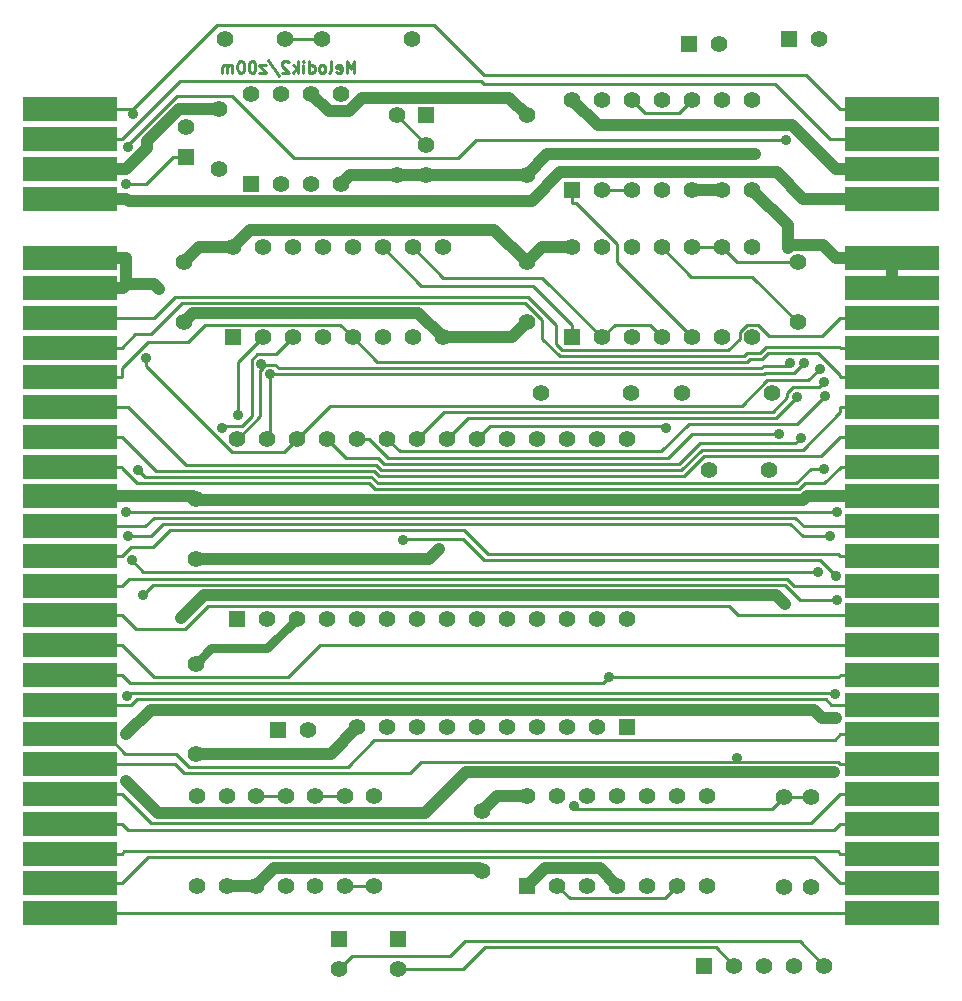
<source format=gbl>
G04 #@! TF.FileFunction,Copper,L2,Bot,Signal*
%FSLAX46Y46*%
G04 Gerber Fmt 4.6, Leading zero omitted, Abs format (unit mm)*
G04 Created by KiCad (PCBNEW 4.0.0-stable) date Tue 15 Mar 2016 09:50:33 PM CET*
%MOMM*%
G01*
G04 APERTURE LIST*
%ADD10C,0.150000*%
%ADD11C,0.250000*%
%ADD12R,1.397000X1.397000*%
%ADD13C,1.397000*%
%ADD14C,1.422400*%
%ADD15R,8.000000X2.000000*%
%ADD16C,1.016000*%
%ADD17C,0.889000*%
%ADD18C,1.016000*%
%ADD19C,0.254000*%
%ADD20C,0.762000*%
G04 APERTURE END LIST*
D10*
D11*
X134932038Y-51404781D02*
X134932038Y-50404781D01*
X134598704Y-51119067D01*
X134265371Y-50404781D01*
X134265371Y-51404781D01*
X133408228Y-51357162D02*
X133503466Y-51404781D01*
X133693943Y-51404781D01*
X133789181Y-51357162D01*
X133836800Y-51261924D01*
X133836800Y-50880971D01*
X133789181Y-50785733D01*
X133693943Y-50738114D01*
X133503466Y-50738114D01*
X133408228Y-50785733D01*
X133360609Y-50880971D01*
X133360609Y-50976210D01*
X133836800Y-51071448D01*
X132789181Y-51404781D02*
X132884419Y-51357162D01*
X132932038Y-51261924D01*
X132932038Y-50404781D01*
X132265371Y-51404781D02*
X132360609Y-51357162D01*
X132408228Y-51309543D01*
X132455847Y-51214305D01*
X132455847Y-50928590D01*
X132408228Y-50833352D01*
X132360609Y-50785733D01*
X132265371Y-50738114D01*
X132122513Y-50738114D01*
X132027275Y-50785733D01*
X131979656Y-50833352D01*
X131932037Y-50928590D01*
X131932037Y-51214305D01*
X131979656Y-51309543D01*
X132027275Y-51357162D01*
X132122513Y-51404781D01*
X132265371Y-51404781D01*
X131074894Y-51404781D02*
X131074894Y-50404781D01*
X131074894Y-51357162D02*
X131170132Y-51404781D01*
X131360609Y-51404781D01*
X131455847Y-51357162D01*
X131503466Y-51309543D01*
X131551085Y-51214305D01*
X131551085Y-50928590D01*
X131503466Y-50833352D01*
X131455847Y-50785733D01*
X131360609Y-50738114D01*
X131170132Y-50738114D01*
X131074894Y-50785733D01*
X130598704Y-51404781D02*
X130598704Y-50738114D01*
X130598704Y-50404781D02*
X130646323Y-50452400D01*
X130598704Y-50500019D01*
X130551085Y-50452400D01*
X130598704Y-50404781D01*
X130598704Y-50500019D01*
X130122514Y-51404781D02*
X130122514Y-50404781D01*
X130027276Y-51023829D02*
X129741561Y-51404781D01*
X129741561Y-50738114D02*
X130122514Y-51119067D01*
X129360609Y-50500019D02*
X129312990Y-50452400D01*
X129217752Y-50404781D01*
X128979656Y-50404781D01*
X128884418Y-50452400D01*
X128836799Y-50500019D01*
X128789180Y-50595257D01*
X128789180Y-50690495D01*
X128836799Y-50833352D01*
X129408228Y-51404781D01*
X128789180Y-51404781D01*
X127646323Y-50357162D02*
X128503466Y-51642876D01*
X127408228Y-50738114D02*
X126884418Y-50738114D01*
X127408228Y-51404781D01*
X126884418Y-51404781D01*
X126312990Y-50404781D02*
X126217751Y-50404781D01*
X126122513Y-50452400D01*
X126074894Y-50500019D01*
X126027275Y-50595257D01*
X125979656Y-50785733D01*
X125979656Y-51023829D01*
X126027275Y-51214305D01*
X126074894Y-51309543D01*
X126122513Y-51357162D01*
X126217751Y-51404781D01*
X126312990Y-51404781D01*
X126408228Y-51357162D01*
X126455847Y-51309543D01*
X126503466Y-51214305D01*
X126551085Y-51023829D01*
X126551085Y-50785733D01*
X126503466Y-50595257D01*
X126455847Y-50500019D01*
X126408228Y-50452400D01*
X126312990Y-50404781D01*
X125360609Y-50404781D02*
X125265370Y-50404781D01*
X125170132Y-50452400D01*
X125122513Y-50500019D01*
X125074894Y-50595257D01*
X125027275Y-50785733D01*
X125027275Y-51023829D01*
X125074894Y-51214305D01*
X125122513Y-51309543D01*
X125170132Y-51357162D01*
X125265370Y-51404781D01*
X125360609Y-51404781D01*
X125455847Y-51357162D01*
X125503466Y-51309543D01*
X125551085Y-51214305D01*
X125598704Y-51023829D01*
X125598704Y-50785733D01*
X125551085Y-50595257D01*
X125503466Y-50500019D01*
X125455847Y-50452400D01*
X125360609Y-50404781D01*
X124598704Y-51404781D02*
X124598704Y-50738114D01*
X124598704Y-50833352D02*
X124551085Y-50785733D01*
X124455847Y-50738114D01*
X124312989Y-50738114D01*
X124217751Y-50785733D01*
X124170132Y-50880971D01*
X124170132Y-51404781D01*
X124170132Y-50880971D02*
X124122513Y-50785733D01*
X124027275Y-50738114D01*
X123884418Y-50738114D01*
X123789180Y-50785733D01*
X123741561Y-50880971D01*
X123741561Y-51404781D01*
D12*
X164550000Y-127000000D03*
D13*
X167090000Y-127000000D03*
X169630000Y-127000000D03*
X172170000Y-127000000D03*
X174710000Y-127000000D03*
D12*
X141000000Y-54960000D03*
D13*
X141000000Y-57500000D03*
X141000000Y-60040000D03*
D12*
X171730000Y-48500000D03*
D13*
X174270000Y-48500000D03*
D12*
X158030000Y-106800000D03*
D13*
X155490000Y-106800000D03*
X152950000Y-106800000D03*
X150410000Y-106800000D03*
X147870000Y-106800000D03*
X145330000Y-106800000D03*
X142790000Y-106800000D03*
X140250000Y-106800000D03*
X137710000Y-106800000D03*
X135170000Y-106800000D03*
X139810000Y-48500000D03*
X132190000Y-48500000D03*
X158310000Y-78500000D03*
X150690000Y-78500000D03*
X162690000Y-78500000D03*
X170310000Y-78500000D03*
X171300000Y-120310000D03*
X171300000Y-112690000D03*
X173600000Y-120310000D03*
X173600000Y-112690000D03*
X121600000Y-112590000D03*
X121600000Y-120210000D03*
X124100000Y-112590000D03*
X124100000Y-120210000D03*
X126600000Y-112590000D03*
X126600000Y-120210000D03*
X131600000Y-120210000D03*
X131600000Y-112590000D03*
X134100000Y-120210000D03*
X134100000Y-112590000D03*
X136600000Y-120210000D03*
X136600000Y-112590000D03*
X129100000Y-112590000D03*
X129100000Y-120210000D03*
D14*
X164960000Y-85000000D03*
X170040000Y-85000000D03*
D12*
X126190000Y-60810000D03*
D13*
X128730000Y-60810000D03*
X131270000Y-60810000D03*
X133810000Y-60810000D03*
X133810000Y-53190000D03*
X131270000Y-53190000D03*
X128730000Y-53190000D03*
X126190000Y-53190000D03*
D12*
X124990000Y-97620000D03*
D13*
X127530000Y-97620000D03*
X130070000Y-97620000D03*
X132610000Y-97620000D03*
X135150000Y-97620000D03*
X137690000Y-97620000D03*
X140230000Y-97620000D03*
X142770000Y-97620000D03*
X145310000Y-97620000D03*
X147850000Y-97620000D03*
X150390000Y-97620000D03*
X152930000Y-97620000D03*
X155470000Y-97620000D03*
X158010000Y-97620000D03*
X158010000Y-82380000D03*
X155470000Y-82380000D03*
X152930000Y-82380000D03*
X150390000Y-82380000D03*
X147850000Y-82380000D03*
X145310000Y-82380000D03*
X142770000Y-82380000D03*
X140230000Y-82380000D03*
X137690000Y-82380000D03*
X135150000Y-82380000D03*
X132610000Y-82380000D03*
X130070000Y-82380000D03*
X127530000Y-82380000D03*
X124990000Y-82380000D03*
D12*
X124610000Y-73810000D03*
D13*
X127150000Y-73810000D03*
X129690000Y-73810000D03*
X132230000Y-73810000D03*
X134770000Y-73810000D03*
X137310000Y-73810000D03*
X139850000Y-73810000D03*
X142390000Y-73810000D03*
X142390000Y-66190000D03*
X139850000Y-66190000D03*
X137310000Y-66190000D03*
X134770000Y-66190000D03*
X132230000Y-66190000D03*
X129690000Y-66190000D03*
X127150000Y-66190000D03*
X124610000Y-66190000D03*
D12*
X149580000Y-120210000D03*
D13*
X152120000Y-120210000D03*
X154660000Y-120210000D03*
X157200000Y-120210000D03*
X159740000Y-120210000D03*
X162280000Y-120210000D03*
X164820000Y-120210000D03*
X164820000Y-112590000D03*
X162280000Y-112590000D03*
X159740000Y-112590000D03*
X157200000Y-112590000D03*
X154660000Y-112590000D03*
X152120000Y-112590000D03*
X149580000Y-112590000D03*
D12*
X153380000Y-73810000D03*
D13*
X155920000Y-73810000D03*
X158460000Y-73810000D03*
X161000000Y-73810000D03*
X163540000Y-73810000D03*
X166080000Y-73810000D03*
X168620000Y-73810000D03*
X168620000Y-66190000D03*
X166080000Y-66190000D03*
X163540000Y-66190000D03*
X161000000Y-66190000D03*
X158460000Y-66190000D03*
X155920000Y-66190000D03*
X153380000Y-66190000D03*
D12*
X153380000Y-61310000D03*
D13*
X155920000Y-61310000D03*
X158460000Y-61310000D03*
X161000000Y-61310000D03*
X163540000Y-61310000D03*
X166080000Y-61310000D03*
X168620000Y-61310000D03*
X168620000Y-53690000D03*
X166080000Y-53690000D03*
X163540000Y-53690000D03*
X161000000Y-53690000D03*
X158460000Y-53690000D03*
X155920000Y-53690000D03*
X153380000Y-53690000D03*
X145700000Y-118940000D03*
X145700000Y-113860000D03*
X121500000Y-87460000D03*
X121500000Y-92540000D03*
X120500000Y-72540000D03*
X120500000Y-67460000D03*
X149500000Y-72540000D03*
X149500000Y-67460000D03*
X123500000Y-59540000D03*
X123500000Y-54460000D03*
X149500000Y-60040000D03*
X149500000Y-54960000D03*
X129040000Y-48500000D03*
X123960000Y-48500000D03*
X138500000Y-54960000D03*
X138500000Y-60040000D03*
X172500000Y-72540000D03*
X172500000Y-67460000D03*
D12*
X163230000Y-49000000D03*
D13*
X165770000Y-49000000D03*
D12*
X138600000Y-124730000D03*
D13*
X138600000Y-127270000D03*
D12*
X133600000Y-124730000D03*
D13*
X133600000Y-127270000D03*
D12*
X128480000Y-107000000D03*
D13*
X131020000Y-107000000D03*
D15*
X110860000Y-54500000D03*
X110860000Y-57020000D03*
X110860000Y-59540000D03*
X110860000Y-62060000D03*
X110860000Y-67100000D03*
X110860000Y-69620000D03*
X110860000Y-72140000D03*
X110860000Y-74660000D03*
X110860000Y-77180000D03*
X110860000Y-79700000D03*
X110860000Y-82220000D03*
X110880000Y-84740000D03*
X110860000Y-87260000D03*
X110860000Y-89780000D03*
X110860000Y-92300000D03*
X110860000Y-94820000D03*
X110860000Y-97340000D03*
X110860000Y-99860000D03*
X110860000Y-102380000D03*
X110860000Y-104900000D03*
X110860000Y-107420000D03*
X110860000Y-109940000D03*
X110860000Y-112460000D03*
X110860000Y-114980000D03*
X110860000Y-117500000D03*
X110860000Y-120020000D03*
X110860000Y-122540000D03*
X180450000Y-54500000D03*
X180450000Y-57020000D03*
X180450000Y-59540000D03*
X180450000Y-62060000D03*
X180450000Y-67100000D03*
X180450000Y-69620000D03*
X180450000Y-72140000D03*
X180450000Y-74660000D03*
X180450000Y-77180000D03*
X180450000Y-79700000D03*
X180450000Y-82220000D03*
X180470000Y-84740000D03*
X180450000Y-87260000D03*
X180450000Y-89780000D03*
X180450000Y-92300000D03*
X180450000Y-94820000D03*
X180450000Y-97340000D03*
X180450000Y-99860000D03*
X180450000Y-102380000D03*
X180450000Y-104900000D03*
X180450000Y-107420000D03*
X180450000Y-109940000D03*
X180450000Y-112460000D03*
X180450000Y-114980000D03*
X180450000Y-117500000D03*
X180450000Y-120020000D03*
X180450000Y-122540000D03*
D12*
X120650000Y-58520000D03*
D13*
X120650000Y-55980000D03*
X121500000Y-109060000D03*
X121500000Y-101440000D03*
D16*
X175687700Y-106003000D03*
X115622300Y-107420000D03*
X171366800Y-96397600D03*
X120276700Y-97573300D03*
D17*
X175225600Y-90631700D03*
X115730500Y-90631700D03*
X174700800Y-84943100D03*
X116612000Y-85003900D03*
X175737700Y-93990300D03*
X139015900Y-90927800D03*
X174154600Y-93628800D03*
X116059800Y-92679900D03*
X175747700Y-88548500D03*
X115564400Y-88548500D03*
X123725800Y-81481700D03*
X175748800Y-96018800D03*
X117059000Y-95600300D03*
X156494300Y-102536300D03*
X175594600Y-104012700D03*
X115642100Y-104128600D03*
X125103500Y-80400500D03*
D16*
X175507800Y-110636800D03*
X115622300Y-111357200D03*
D17*
X171478700Y-57063800D03*
X115771800Y-57658300D03*
X116214200Y-54864300D03*
X167360200Y-109415600D03*
X127053700Y-76019200D03*
X171790600Y-76000500D03*
X172974700Y-75984300D03*
X127798600Y-76937900D03*
X174327200Y-76440200D03*
X117287000Y-75508600D03*
X172715700Y-82305200D03*
X170892000Y-81947600D03*
X174748600Y-78739600D03*
X174716700Y-77594900D03*
X172360600Y-78869100D03*
X115567600Y-60832900D03*
D16*
X171628300Y-66255000D03*
X118380100Y-69700700D03*
X168560800Y-87555000D03*
X168805000Y-58288000D03*
X142062000Y-91741200D03*
D17*
X153519100Y-113502700D03*
X161283000Y-81439300D03*
D18*
X117704600Y-105337700D02*
X115622300Y-107420000D01*
X173848600Y-105337700D02*
X117704600Y-105337700D01*
X174513900Y-106003000D02*
X173848600Y-105337700D01*
X175687700Y-106003000D02*
X174513900Y-106003000D01*
X110860000Y-62060000D02*
X115622300Y-62060000D01*
X172917900Y-62060000D02*
X180450000Y-62060000D01*
X170692100Y-59834200D02*
X172917900Y-62060000D01*
X152361200Y-59834200D02*
X170692100Y-59834200D01*
X149924500Y-62270900D02*
X152361200Y-59834200D01*
X115833200Y-62270900D02*
X149924500Y-62270900D01*
X115622300Y-62060000D02*
X115833200Y-62270900D01*
X170611500Y-95642300D02*
X171366800Y-96397600D01*
X122207700Y-95642300D02*
X170611500Y-95642300D01*
X120276700Y-97573300D02*
X122207700Y-95642300D01*
D19*
X115454800Y-117286500D02*
X115241300Y-117500000D01*
X175855200Y-117286500D02*
X115454800Y-117286500D01*
X176068700Y-117500000D02*
X175855200Y-117286500D01*
X180450000Y-117500000D02*
X176068700Y-117500000D01*
X110860000Y-117500000D02*
X115241300Y-117500000D01*
X110860000Y-99860000D02*
X115241300Y-99860000D01*
X180450000Y-99860000D02*
X176068700Y-99860000D01*
X117922000Y-102540700D02*
X115241300Y-99860000D01*
X129311800Y-102540700D02*
X117922000Y-102540700D01*
X131992500Y-99860000D02*
X129311800Y-102540700D01*
X176068700Y-99860000D02*
X131992500Y-99860000D01*
X180450000Y-72140000D02*
X176068700Y-72140000D01*
X117943000Y-72140000D02*
X110860000Y-72140000D01*
X119710300Y-70372700D02*
X117943000Y-72140000D01*
X149582000Y-70372700D02*
X119710300Y-70372700D01*
X151981500Y-72772200D02*
X149582000Y-70372700D01*
X151981500Y-74367400D02*
X151981500Y-72772200D01*
X152503900Y-74889800D02*
X151981500Y-74367400D01*
X166572400Y-74889800D02*
X152503900Y-74889800D01*
X167540200Y-73922000D02*
X166572400Y-74889800D01*
X167540200Y-73362800D02*
X167540200Y-73922000D01*
X168172800Y-72730200D02*
X167540200Y-73362800D01*
X169067300Y-72730200D02*
X168172800Y-72730200D01*
X169997200Y-73660100D02*
X169067300Y-72730200D01*
X174548600Y-73660100D02*
X169997200Y-73660100D01*
X176068700Y-72140000D02*
X174548600Y-73660100D01*
X117664900Y-90631700D02*
X115730500Y-90631700D01*
X118730600Y-89566000D02*
X117664900Y-90631700D01*
X171803700Y-89566000D02*
X118730600Y-89566000D01*
X172869400Y-90631700D02*
X171803700Y-89566000D01*
X175225600Y-90631700D02*
X172869400Y-90631700D01*
X117212600Y-85604500D02*
X116612000Y-85003900D01*
X136350600Y-85604500D02*
X117212600Y-85604500D01*
X136893800Y-86147700D02*
X136350600Y-85604500D01*
X172349900Y-86147700D02*
X136893800Y-86147700D01*
X173554500Y-84943100D02*
X172349900Y-86147700D01*
X174700800Y-84943100D02*
X173554500Y-84943100D01*
X139094100Y-90849600D02*
X139015900Y-90927800D01*
X144154600Y-90849600D02*
X139094100Y-90849600D01*
X145930100Y-92625100D02*
X144154600Y-90849600D01*
X174372500Y-92625100D02*
X145930100Y-92625100D01*
X175737700Y-93990300D02*
X174372500Y-92625100D01*
X180470000Y-84740000D02*
X176088700Y-84740000D01*
X110880000Y-84740000D02*
X115261300Y-84740000D01*
X115261300Y-84821000D02*
X115261300Y-84740000D01*
X116553200Y-86112900D02*
X115261300Y-84821000D01*
X136140200Y-86112900D02*
X116553200Y-86112900D01*
X136683600Y-86656300D02*
X136140200Y-86112900D01*
X172560100Y-86656300D02*
X136683600Y-86656300D01*
X173056000Y-86160400D02*
X172560100Y-86656300D01*
X174668300Y-86160400D02*
X173056000Y-86160400D01*
X176088700Y-84740000D02*
X174668300Y-86160400D01*
X117008700Y-93628800D02*
X174154600Y-93628800D01*
X116059800Y-92679900D02*
X117008700Y-93628800D01*
X115564400Y-88548500D02*
X175747700Y-88548500D01*
X123935600Y-81271900D02*
X123725800Y-81481700D01*
X125445700Y-81271900D02*
X123935600Y-81271900D01*
X126227900Y-80489700D02*
X125445700Y-81271900D01*
X126227900Y-75677200D02*
X126227900Y-80489700D01*
X126711700Y-75193400D02*
X126227900Y-75677200D01*
X128306600Y-75193400D02*
X126711700Y-75193400D01*
X129690000Y-73810000D02*
X128306600Y-75193400D01*
X172618100Y-96018800D02*
X175748800Y-96018800D01*
X171352200Y-94752900D02*
X172618100Y-96018800D01*
X117906400Y-94752900D02*
X171352200Y-94752900D01*
X117059000Y-95600300D02*
X117906400Y-94752900D01*
X180450000Y-102380000D02*
X176068700Y-102380000D01*
X110860000Y-102380000D02*
X115241300Y-102380000D01*
X175912400Y-102536300D02*
X176068700Y-102380000D01*
X156494300Y-102536300D02*
X175912400Y-102536300D01*
X115910300Y-103049000D02*
X115241300Y-102380000D01*
X155981600Y-103049000D02*
X115910300Y-103049000D01*
X156494300Y-102536300D02*
X155981600Y-103049000D01*
X115739400Y-115478100D02*
X115241300Y-114980000D01*
X175570600Y-115478100D02*
X115739400Y-115478100D01*
X176068700Y-114980000D02*
X175570600Y-115478100D01*
X180450000Y-114980000D02*
X176068700Y-114980000D01*
X110860000Y-114980000D02*
X115241300Y-114980000D01*
X115869600Y-103901100D02*
X115642100Y-104128600D01*
X175483000Y-103901100D02*
X115869600Y-103901100D01*
X175594600Y-104012700D02*
X175483000Y-103901100D01*
X125103500Y-75856500D02*
X125103500Y-80400500D01*
X127150000Y-73810000D02*
X125103500Y-75856500D01*
X180450000Y-92300000D02*
X176068700Y-92300000D01*
X110860000Y-92300000D02*
X115241300Y-92300000D01*
X116005500Y-91535800D02*
X115241300Y-92300000D01*
X117846300Y-91535800D02*
X116005500Y-91535800D01*
X119307800Y-90074300D02*
X117846300Y-91535800D01*
X144185100Y-90074300D02*
X119307800Y-90074300D01*
X146227600Y-92116800D02*
X144185100Y-90074300D01*
X175885500Y-92116800D02*
X146227600Y-92116800D01*
X176068700Y-92300000D02*
X175885500Y-92116800D01*
D18*
X144335200Y-110636800D02*
X175507800Y-110636800D01*
X140921100Y-114050900D02*
X144335200Y-110636800D01*
X118316000Y-114050900D02*
X140921100Y-114050900D01*
X115622300Y-111357200D02*
X118316000Y-114050900D01*
D19*
X110860000Y-74660000D02*
X115241300Y-74660000D01*
X180450000Y-74660000D02*
X176068700Y-74660000D01*
X116379900Y-73521400D02*
X115241300Y-74660000D01*
X117669900Y-73521400D02*
X116379900Y-73521400D01*
X120310200Y-70881100D02*
X117669900Y-73521400D01*
X149371300Y-70881100D02*
X120310200Y-70881100D01*
X150794800Y-72304600D02*
X149371300Y-70881100D01*
X150794800Y-73899700D02*
X150794800Y-72304600D01*
X152293200Y-75398100D02*
X150794800Y-73899700D01*
X167944800Y-75398100D02*
X152293200Y-75398100D01*
X168191800Y-75151100D02*
X167944800Y-75398100D01*
X169256700Y-75151100D02*
X168191800Y-75151100D01*
X169799900Y-74607900D02*
X169256700Y-75151100D01*
X176016600Y-74607900D02*
X169799900Y-74607900D01*
X176068700Y-74660000D02*
X176016600Y-74607900D01*
X110860000Y-77180000D02*
X115241300Y-77180000D01*
X180450000Y-77180000D02*
X176068700Y-77180000D01*
X136873600Y-75913600D02*
X134770000Y-73810000D01*
X168148100Y-75913600D02*
X136873600Y-75913600D01*
X168402300Y-75659400D02*
X168148100Y-75913600D01*
X169467200Y-75659400D02*
X168402300Y-75659400D01*
X169977700Y-75148900D02*
X169467200Y-75659400D01*
X174203800Y-75148900D02*
X169977700Y-75148900D01*
X176068700Y-77013800D02*
X174203800Y-75148900D01*
X176068700Y-77180000D02*
X176068700Y-77013800D01*
X115241300Y-76366700D02*
X115241300Y-77180000D01*
X117453300Y-74154700D02*
X115241300Y-76366700D01*
X120835600Y-74154700D02*
X117453300Y-74154700D01*
X122260200Y-72730100D02*
X120835600Y-74154700D01*
X133690100Y-72730100D02*
X122260200Y-72730100D01*
X134770000Y-73810000D02*
X133690100Y-72730100D01*
X180450000Y-122540000D02*
X110860000Y-122540000D01*
X110860000Y-57020000D02*
X115241300Y-57020000D01*
X120194300Y-52067000D02*
X115241300Y-57020000D01*
X145607200Y-52067000D02*
X120194300Y-52067000D01*
X145900300Y-52360100D02*
X145607200Y-52067000D01*
X170500700Y-52360100D02*
X145900300Y-52360100D01*
X175160600Y-57020000D02*
X170500700Y-52360100D01*
X180450000Y-57020000D02*
X175160600Y-57020000D01*
X145228800Y-57063800D02*
X171478700Y-57063800D01*
X143679800Y-58612800D02*
X145228800Y-57063800D01*
X129848900Y-58612800D02*
X143679800Y-58612800D01*
X124597000Y-53360900D02*
X129848900Y-58612800D01*
X119926000Y-53360900D02*
X124597000Y-53360900D01*
X115771800Y-57515100D02*
X119926000Y-53360900D01*
X115771800Y-57658300D02*
X115771800Y-57515100D01*
X180450000Y-54500000D02*
X176068700Y-54500000D01*
X110860000Y-54500000D02*
X115241300Y-54500000D01*
X116214200Y-54500000D02*
X116214200Y-54864300D01*
X123325400Y-47388800D02*
X116214200Y-54500000D01*
X141691400Y-47388800D02*
X123325400Y-47388800D01*
X145921300Y-51618700D02*
X141691400Y-47388800D01*
X173187400Y-51618700D02*
X145921300Y-51618700D01*
X176068700Y-54500000D02*
X173187400Y-51618700D01*
X116214200Y-54500000D02*
X115241300Y-54500000D01*
X180450000Y-79700000D02*
X176068700Y-79700000D01*
X176068700Y-80120200D02*
X176068700Y-79700000D01*
X172867100Y-83321800D02*
X176068700Y-80120200D01*
X164321700Y-83321800D02*
X172867100Y-83321800D01*
X162608500Y-85035000D02*
X164321700Y-83321800D01*
X137218700Y-85035000D02*
X162608500Y-85035000D01*
X136763400Y-84579700D02*
X137218700Y-85035000D01*
X120672700Y-84579700D02*
X136763400Y-84579700D01*
X115793000Y-79700000D02*
X120672700Y-84579700D01*
X110860000Y-79700000D02*
X115793000Y-79700000D01*
X180450000Y-82220000D02*
X176068700Y-82220000D01*
X110860000Y-82220000D02*
X115241300Y-82220000D01*
X174458600Y-83830100D02*
X176068700Y-82220000D01*
X164532200Y-83830100D02*
X174458600Y-83830100D01*
X162819000Y-85543300D02*
X164532200Y-83830100D01*
X137008200Y-85543300D02*
X162819000Y-85543300D01*
X136555400Y-85090500D02*
X137008200Y-85543300D01*
X118111800Y-85090500D02*
X136555400Y-85090500D01*
X115241300Y-82220000D02*
X118111800Y-85090500D01*
X117734700Y-114953400D02*
X115241300Y-112460000D01*
X173575300Y-114953400D02*
X117734700Y-114953400D01*
X176068700Y-112460000D02*
X173575300Y-114953400D01*
X180450000Y-112460000D02*
X176068700Y-112460000D01*
X110860000Y-112460000D02*
X115241300Y-112460000D01*
X180450000Y-109940000D02*
X176068700Y-109940000D01*
X110860000Y-109940000D02*
X115241300Y-109940000D01*
X167360200Y-109710600D02*
X167360200Y-109415600D01*
X140543400Y-109710600D02*
X167360200Y-109710600D01*
X139600400Y-110653600D02*
X140543400Y-109710600D01*
X120463700Y-110653600D02*
X139600400Y-110653600D01*
X119750100Y-109940000D02*
X120463700Y-110653600D01*
X115241300Y-109940000D02*
X119750100Y-109940000D01*
X175839300Y-109710600D02*
X176068700Y-109940000D01*
X167360200Y-109710600D02*
X175839300Y-109710600D01*
X113904800Y-107420000D02*
X110860000Y-107420000D01*
X115535100Y-109050300D02*
X113904800Y-107420000D01*
X119833500Y-109050300D02*
X115535100Y-109050300D01*
X120928500Y-110145300D02*
X119833500Y-109050300D01*
X134360800Y-110145300D02*
X120928500Y-110145300D01*
X136626200Y-107879900D02*
X134360800Y-110145300D01*
X175608800Y-107879900D02*
X136626200Y-107879900D01*
X176068700Y-107420000D02*
X175608800Y-107879900D01*
X180450000Y-107420000D02*
X176068700Y-107420000D01*
X180450000Y-104900000D02*
X176068700Y-104900000D01*
X110860000Y-104900000D02*
X115241300Y-104900000D01*
X175314100Y-104900000D02*
X176068700Y-104900000D01*
X174847000Y-104432900D02*
X175314100Y-104900000D01*
X116505600Y-104432900D02*
X174847000Y-104432900D01*
X115984100Y-104954400D02*
X116505600Y-104432900D01*
X115295700Y-104954400D02*
X115984100Y-104954400D01*
X115241300Y-104900000D02*
X115295700Y-104954400D01*
X180450000Y-120020000D02*
X176068700Y-120020000D01*
X110860000Y-120020000D02*
X115241300Y-120020000D01*
X173862500Y-117813800D02*
X176068700Y-120020000D01*
X117447500Y-117813800D02*
X173862500Y-117813800D01*
X115241300Y-120020000D02*
X117447500Y-117813800D01*
X127053700Y-76019200D02*
X127278400Y-76243800D01*
X125056400Y-82380000D02*
X124990000Y-82380000D01*
X126972800Y-80463600D02*
X125056400Y-82380000D01*
X126972800Y-76595900D02*
X126972800Y-80463600D01*
X127009200Y-76559500D02*
X126972800Y-76595900D01*
X127009200Y-76531500D02*
X127009200Y-76559500D01*
X127186900Y-76353800D02*
X127009200Y-76531500D01*
X127186900Y-76335300D02*
X127186900Y-76353800D01*
X127278400Y-76243800D02*
X127186900Y-76335300D01*
X171605100Y-76186000D02*
X171790600Y-76000500D01*
X169562500Y-76186000D02*
X171605100Y-76186000D01*
X169319000Y-76429500D02*
X169562500Y-76186000D01*
X128533500Y-76429500D02*
X169319000Y-76429500D01*
X128214000Y-76110000D02*
X128533500Y-76429500D01*
X127412200Y-76110000D02*
X128214000Y-76110000D01*
X127278400Y-76243800D02*
X127412200Y-76110000D01*
X127798600Y-82111400D02*
X127798600Y-76937900D01*
X127530000Y-82380000D02*
X127798600Y-82111400D01*
X172114900Y-76844100D02*
X172974700Y-75984300D01*
X169720100Y-76844100D02*
X172114900Y-76844100D01*
X169626300Y-76937900D02*
X169720100Y-76844100D01*
X127798600Y-76937900D02*
X169626300Y-76937900D01*
X117287000Y-76214600D02*
X117287000Y-75508600D01*
X124557700Y-83485300D02*
X117287000Y-76214600D01*
X128964700Y-83485300D02*
X124557700Y-83485300D01*
X130070000Y-82380000D02*
X128964700Y-83485300D01*
X173347200Y-77420200D02*
X174327200Y-76440200D01*
X169862900Y-77420200D02*
X173347200Y-77420200D01*
X167703300Y-79579800D02*
X169862900Y-77420200D01*
X132870200Y-79579800D02*
X167703300Y-79579800D01*
X130070000Y-82380000D02*
X132870200Y-79579800D01*
X172247500Y-82773400D02*
X172715700Y-82305200D01*
X164151200Y-82773400D02*
X172247500Y-82773400D01*
X162397900Y-84526700D02*
X164151200Y-82773400D01*
X137429200Y-84526700D02*
X162397900Y-84526700D01*
X136920900Y-84018400D02*
X137429200Y-84526700D01*
X134248400Y-84018400D02*
X136920900Y-84018400D01*
X132610000Y-82380000D02*
X134248400Y-84018400D01*
X136162900Y-82380000D02*
X135150000Y-82380000D01*
X137801200Y-84018300D02*
X136162900Y-82380000D01*
X161468600Y-84018300D02*
X137801200Y-84018300D01*
X163539300Y-81947600D02*
X161468600Y-84018300D01*
X170892000Y-81947600D02*
X163539300Y-81947600D01*
X172366400Y-81121800D02*
X174748600Y-78739600D01*
X163240500Y-81121800D02*
X172366400Y-81121800D01*
X160902400Y-83459900D02*
X163240500Y-81121800D01*
X138769900Y-83459900D02*
X160902400Y-83459900D01*
X137690000Y-82380000D02*
X138769900Y-83459900D01*
X174283200Y-78028400D02*
X174716700Y-77594900D01*
X172033400Y-78028400D02*
X174283200Y-78028400D01*
X171534700Y-78527100D02*
X172033400Y-78028400D01*
X171534700Y-78889300D02*
X171534700Y-78527100D01*
X170335800Y-80088200D02*
X171534700Y-78889300D01*
X142521800Y-80088200D02*
X170335800Y-80088200D01*
X140230000Y-82380000D02*
X142521800Y-80088200D01*
X144536600Y-80613400D02*
X142770000Y-82380000D01*
X170616300Y-80613400D02*
X144536600Y-80613400D01*
X172360600Y-78869100D02*
X170616300Y-80613400D01*
X117257300Y-60832900D02*
X115567600Y-60832900D01*
X119570200Y-58520000D02*
X117257300Y-60832900D01*
X120650000Y-58520000D02*
X119570200Y-58520000D01*
X180450000Y-97340000D02*
X176068700Y-97340000D01*
X110860000Y-97340000D02*
X115241300Y-97340000D01*
X167411200Y-97340000D02*
X176068700Y-97340000D01*
X166611400Y-96540200D02*
X167411200Y-97340000D01*
X122567400Y-96540200D02*
X166611400Y-96540200D01*
X120593900Y-98513700D02*
X122567400Y-96540200D01*
X116415000Y-98513700D02*
X120593900Y-98513700D01*
X115241300Y-97340000D02*
X116415000Y-98513700D01*
X180450000Y-94820000D02*
X176068700Y-94820000D01*
X110860000Y-94820000D02*
X115241300Y-94820000D01*
X172138100Y-94820000D02*
X176068700Y-94820000D01*
X171562700Y-94244600D02*
X172138100Y-94820000D01*
X115816700Y-94244600D02*
X171562700Y-94244600D01*
X115241300Y-94820000D02*
X115816700Y-94244600D01*
X180450000Y-89780000D02*
X176068700Y-89780000D01*
X110860000Y-89780000D02*
X115241300Y-89780000D01*
X117208800Y-89780000D02*
X115241300Y-89780000D01*
X117931100Y-89057700D02*
X117208800Y-89780000D01*
X172268200Y-89057700D02*
X117931100Y-89057700D01*
X172990500Y-89780000D02*
X172268200Y-89057700D01*
X176068700Y-89780000D02*
X172990500Y-89780000D01*
D18*
X110860000Y-67100000D02*
X115622300Y-67100000D01*
X110860000Y-69620000D02*
X115304700Y-69620000D01*
X171628300Y-64318300D02*
X171628300Y-66255000D01*
X168620000Y-61310000D02*
X171628300Y-64318300D01*
X180450000Y-69620000D02*
X180450000Y-67100000D01*
X171884200Y-65999100D02*
X171628300Y-66255000D01*
X174586800Y-65999100D02*
X171884200Y-65999100D01*
X175687700Y-67100000D02*
X174586800Y-65999100D01*
X180450000Y-67100000D02*
X175687700Y-67100000D01*
X117981800Y-69302400D02*
X115622300Y-69302400D01*
X118380100Y-69700700D02*
X117981800Y-69302400D01*
X115304700Y-69620000D02*
X115622300Y-69302400D01*
X115622300Y-69302400D02*
X115622300Y-67100000D01*
X180450000Y-87260000D02*
X175687700Y-87260000D01*
X148230000Y-73810000D02*
X149500000Y-72540000D01*
X142390000Y-73810000D02*
X148230000Y-73810000D01*
X140350500Y-71770500D02*
X142390000Y-73810000D01*
X121269500Y-71770500D02*
X140350500Y-71770500D01*
X120500000Y-72540000D02*
X121269500Y-71770500D01*
X151252000Y-58288000D02*
X149500000Y-60040000D01*
X168805000Y-58288000D02*
X151252000Y-58288000D01*
X149500000Y-60040000D02*
X141000000Y-60040000D01*
X128083900Y-118726100D02*
X126600000Y-120210000D01*
X145486100Y-118726100D02*
X128083900Y-118726100D01*
X145700000Y-118940000D02*
X145486100Y-118726100D01*
X126600000Y-120210000D02*
X124100000Y-120210000D01*
X141000000Y-60040000D02*
X138500000Y-60040000D01*
X134580000Y-60040000D02*
X133810000Y-60810000D01*
X138500000Y-60040000D02*
X134580000Y-60040000D01*
X121595000Y-87555000D02*
X121500000Y-87460000D01*
X168560800Y-87555000D02*
X121595000Y-87555000D01*
X110860000Y-87260000D02*
X115622300Y-87260000D01*
X172919000Y-87555000D02*
X168560800Y-87555000D01*
X173214000Y-87260000D02*
X172919000Y-87555000D01*
X175687700Y-87260000D02*
X173214000Y-87260000D01*
X121300000Y-87260000D02*
X115622300Y-87260000D01*
X121500000Y-87460000D02*
X121300000Y-87260000D01*
X166080000Y-61310000D02*
X163540000Y-61310000D01*
X146970000Y-112590000D02*
X145700000Y-113860000D01*
X149580000Y-112590000D02*
X146970000Y-112590000D01*
X180450000Y-59540000D02*
X175687700Y-59540000D01*
X155547000Y-55857000D02*
X153380000Y-53690000D01*
X172004700Y-55857000D02*
X155547000Y-55857000D01*
X175687700Y-59540000D02*
X172004700Y-55857000D01*
X132746600Y-54666600D02*
X131270000Y-53190000D01*
X134428700Y-54666600D02*
X132746600Y-54666600D01*
X135596200Y-53499100D02*
X134428700Y-54666600D01*
X148039100Y-53499100D02*
X135596200Y-53499100D01*
X149500000Y-54960000D02*
X148039100Y-53499100D01*
X150770000Y-66190000D02*
X149500000Y-67460000D01*
X153380000Y-66190000D02*
X150770000Y-66190000D01*
X126070900Y-64729100D02*
X124610000Y-66190000D01*
X146769100Y-64729100D02*
X126070900Y-64729100D01*
X149500000Y-67460000D02*
X146769100Y-64729100D01*
X121770000Y-66190000D02*
X120500000Y-67460000D01*
X124610000Y-66190000D02*
X121770000Y-66190000D01*
X132910000Y-109060000D02*
X135170000Y-106800000D01*
X121500000Y-109060000D02*
X132910000Y-109060000D01*
X141263200Y-92540000D02*
X121500000Y-92540000D01*
X142062000Y-91741200D02*
X141263200Y-92540000D01*
X155716100Y-118726100D02*
X157200000Y-120210000D01*
X151063900Y-118726100D02*
X155716100Y-118726100D01*
X149580000Y-120210000D02*
X151063900Y-118726100D01*
X117374400Y-57787900D02*
X115622300Y-59540000D01*
X117374400Y-57170100D02*
X117374400Y-57787900D01*
X120084500Y-54460000D02*
X117374400Y-57170100D01*
X123500000Y-54460000D02*
X120084500Y-54460000D01*
X110860000Y-59540000D02*
X115622300Y-59540000D01*
D19*
X163457700Y-68647700D02*
X161000000Y-66190000D01*
X168607700Y-68647700D02*
X163457700Y-68647700D01*
X172500000Y-72540000D02*
X168607700Y-68647700D01*
X163540000Y-66190000D02*
X166080000Y-66190000D01*
X167350000Y-67460000D02*
X166080000Y-66190000D01*
X172500000Y-67460000D02*
X167350000Y-67460000D01*
X134679900Y-126190100D02*
X133600000Y-127270000D01*
X143000300Y-126190100D02*
X134679900Y-126190100D01*
X144282600Y-124907800D02*
X143000300Y-126190100D01*
X172617800Y-124907800D02*
X144282600Y-124907800D01*
X174710000Y-127000000D02*
X172617800Y-124907800D01*
X134100000Y-112590000D02*
X131600000Y-112590000D01*
X165506100Y-125416100D02*
X167090000Y-127000000D01*
X145968600Y-125416100D02*
X165506100Y-125416100D01*
X144114700Y-127270000D02*
X145968600Y-125416100D01*
X138600000Y-127270000D02*
X144114700Y-127270000D01*
X138500000Y-55000000D02*
X141000000Y-57500000D01*
X138500000Y-54960000D02*
X138500000Y-55000000D01*
X129040000Y-48500000D02*
X132190000Y-48500000D01*
D20*
X122804400Y-100135600D02*
X121500000Y-101440000D01*
X127554400Y-100135600D02*
X122804400Y-100135600D01*
X130070000Y-97620000D02*
X127554400Y-100135600D01*
D19*
X173600000Y-112690000D02*
X171300000Y-112690000D01*
X153706000Y-113689600D02*
X153519100Y-113502700D01*
X170300400Y-113689600D02*
X153706000Y-113689600D01*
X171300000Y-112690000D02*
X170300400Y-113689600D01*
X136600000Y-120210000D02*
X134100000Y-120210000D01*
X129100000Y-112590000D02*
X126600000Y-112590000D01*
X161124100Y-81280400D02*
X161283000Y-81439300D01*
X146409600Y-81280400D02*
X161124100Y-81280400D01*
X145310000Y-82380000D02*
X146409600Y-81280400D01*
X142399400Y-68739400D02*
X139850000Y-66190000D01*
X150849400Y-68739400D02*
X142399400Y-68739400D01*
X155920000Y-73810000D02*
X150849400Y-68739400D01*
X156999800Y-72730200D02*
X155920000Y-73810000D01*
X159920200Y-72730200D02*
X156999800Y-72730200D01*
X161000000Y-73810000D02*
X159920200Y-72730200D01*
X140552800Y-69432800D02*
X137310000Y-66190000D01*
X150082600Y-69432800D02*
X140552800Y-69432800D01*
X153380000Y-72730200D02*
X150082600Y-69432800D01*
X153380000Y-73810000D02*
X153380000Y-72730200D01*
X157190000Y-67460000D02*
X163540000Y-73810000D01*
X157190000Y-65929900D02*
X157190000Y-67460000D01*
X153649900Y-62389800D02*
X157190000Y-65929900D01*
X153380000Y-62389800D02*
X153649900Y-62389800D01*
X153380000Y-61310000D02*
X153380000Y-62389800D01*
X158460000Y-61310000D02*
X155920000Y-61310000D01*
X162444900Y-54785100D02*
X163540000Y-53690000D01*
X159555100Y-54785100D02*
X162444900Y-54785100D01*
X158460000Y-53690000D02*
X159555100Y-54785100D01*
X153203000Y-121293000D02*
X152120000Y-120210000D01*
X161197000Y-121293000D02*
X153203000Y-121293000D01*
X162280000Y-120210000D02*
X161197000Y-121293000D01*
M02*

</source>
